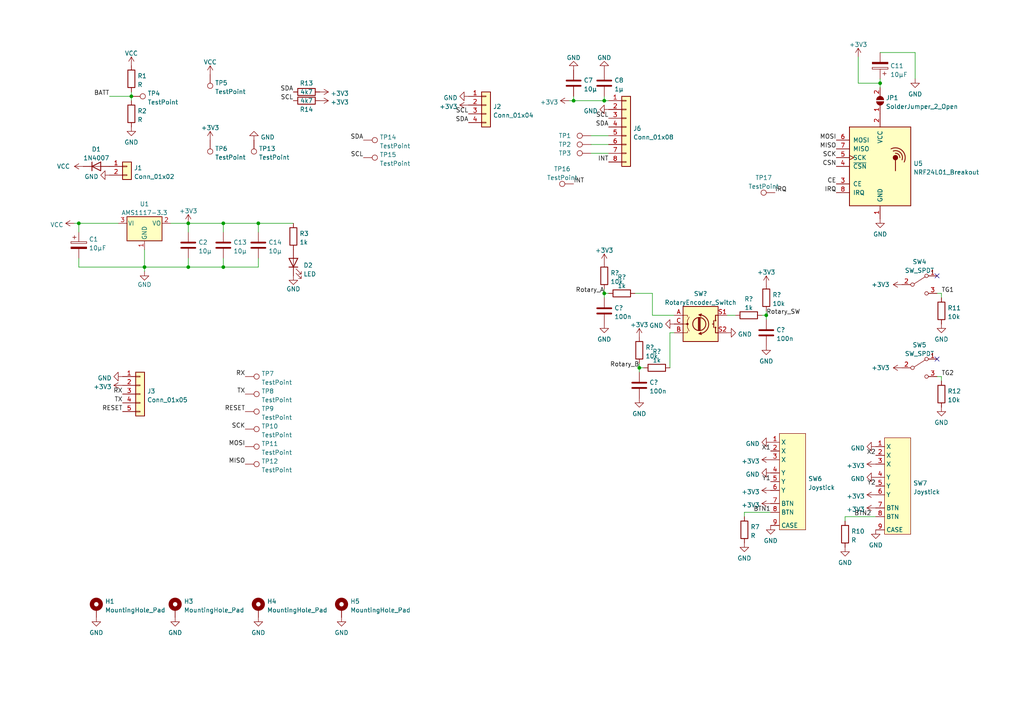
<source format=kicad_sch>
(kicad_sch (version 20211123) (generator eeschema)
  (paper "A4")
  (title_block (title "RC Transmitter") (date "2022-06-02") (rev "1"))
  (junction (at -285.75 148.59))
  (junction (at -247.65 166.37))
  (junction (at -35.56 232.41))
  (junction (at 64.77 77.47))
  (junction (at -265.43 139.7))
  (junction (at 185.42 106.68))
  (junction (at -248.92 161.29))
  (junction (at 175.26 29.21))
  (junction (at -262.89 139.7))
  (junction (at 74.93 64.77))
  (junction (at -86.36 186.69))
  (junction (at 38.1 27.94))
  (junction (at 255.27 24.13))
  (junction (at 64.77 64.77))
  (junction (at 41.91 77.47))
  (junction (at -34.29 176.53))
  (junction (at 166.37 29.21))
  (junction (at -294.64 171.45))
  (junction (at -107.95 194.31))
  (junction (at -95.25 186.69))
  (junction (at 175.26 85.09))
  (junction (at 54.61 64.77))
  (junction (at 54.61 77.47))
  (junction (at -24.13 181.61))
  (junction (at 22.86 64.77))
  (junction (at 222.25 91.44))
  (no_connect (at 271.78 104.14))
  (no_connect (at 271.78 80.01))
  (no_connect (at -252.73 161.29))
  (no_connect (at -252.73 156.21))
  (no_connect (at -252.73 153.67))
  (no_connect (at -273.05 148.59))
  (no_connect (at -287.02 158.75))
  (no_connect (at -252.73 158.75))
  (wire (pts (xy -95.25 186.69) (xy -96.52 186.69)))
  (wire (pts (xy 171.45 44.45) (xy 176.53 44.45)))
  (wire (pts (xy -229.87 171.45) (xy -229.87 184.15)))
  (wire (pts (xy -97.79 194.31) (xy -95.25 194.31)))
  (wire (pts (xy 248.92 16.51) (xy 248.92 24.13)))
  (wire (pts (xy -237.49 148.59) (xy -252.73 148.59)))
  (wire (pts (xy -252.73 163.83) (xy -248.92 163.83)))
  (wire (pts (xy -287.02 148.59) (xy -285.75 148.59)))
  (wire (pts (xy 271.78 85.09) (xy 273.05 85.09)))
  (wire (pts (xy -265.43 140.97) (xy -265.43 139.7)))
  (wire (pts (xy -24.13 176.53) (xy -24.13 181.61)))
  (wire (pts (xy 31.75 27.94) (xy 38.1 27.94)))
  (wire (pts (xy 255.27 22.86) (xy 255.27 24.13)))
  (wire (pts (xy -287.02 156.21) (xy -273.05 156.21)))
  (wire (pts (xy 38.1 26.67) (xy 38.1 27.94)))
  (wire (pts (xy -67.31 186.69) (xy -86.36 186.69)))
  (wire (pts (xy -294.64 163.83) (xy -294.64 171.45)))
  (wire (pts (xy 215.9 148.59) (xy 223.52 148.59)))
  (wire (pts (xy 222.25 90.17) (xy 222.25 91.44)))
  (wire (pts (xy 255.27 15.24) (xy 265.43 15.24)))
  (wire (pts (xy 54.61 64.77) (xy 64.77 64.77)))
  (wire (pts (xy -287.02 153.67) (xy -273.05 153.67)))
  (wire (pts (xy 74.93 64.77) (xy 85.09 64.77)))
  (wire (pts (xy 41.91 72.39) (xy 41.91 77.47)))
  (wire (pts (xy 194.31 96.52) (xy 194.31 106.68)))
  (wire (pts (xy -35.56 229.87) (xy -35.56 232.41)))
  (wire (pts (xy 21.59 64.77) (xy 22.86 64.77)))
  (wire (pts (xy -34.29 175.26) (xy -34.29 176.53)))
  (wire (pts (xy 34.29 64.77) (xy 22.86 64.77)))
  (wire (pts (xy 189.23 91.44) (xy 189.23 85.09)))
  (wire (pts (xy 74.93 64.77) (xy 74.93 67.31)))
  (wire (pts (xy 22.86 64.77) (xy 22.86 67.31)))
  (wire (pts (xy 166.37 27.94) (xy 166.37 29.21)))
  (wire (pts (xy 255.27 24.13) (xy 255.27 25.4)))
  (wire (pts (xy 171.45 41.91) (xy 176.53 41.91)))
  (wire (pts (xy -248.92 153.67) (xy -246.38 153.67)))
  (wire (pts (xy -265.43 139.7) (xy -262.89 139.7)))
  (wire (pts (xy 54.61 77.47) (xy 41.91 77.47)))
  (wire (pts (xy -248.92 161.29) (xy -248.92 153.67)))
  (wire (pts (xy 273.05 85.09) (xy 273.05 86.36)))
  (wire (pts (xy -238.76 166.37) (xy -237.49 166.37)))
  (wire (pts (xy -262.89 139.7) (xy -262.89 140.97)))
  (wire (pts (xy 64.77 64.77) (xy 64.77 67.31)))
  (wire (pts (xy 166.37 29.21) (xy 175.26 29.21)))
  (wire (pts (xy -229.87 134.62) (xy -229.87 148.59)))
  (wire (pts (xy -297.18 171.45) (xy -294.64 171.45)))
  (wire (pts (xy -262.89 139.7) (xy -261.62 139.7)))
  (wire (pts (xy 64.77 74.93) (xy 64.77 77.47)))
  (wire (pts (xy -95.25 194.31) (xy -95.25 186.69)))
  (wire (pts (xy -34.29 176.53) (xy -34.29 186.69)))
  (wire (pts (xy 271.78 109.22) (xy 273.05 109.22)))
  (wire (pts (xy 22.86 74.93) (xy 22.86 77.47)))
  (wire (pts (xy 248.92 24.13) (xy 255.27 24.13)))
  (wire (pts (xy 186.69 106.68) (xy 185.42 106.68)))
  (wire (pts (xy 245.11 151.13) (xy 245.11 149.86)))
  (wire (pts (xy 176.53 85.09) (xy 175.26 85.09)))
  (wire (pts (xy 64.77 64.77) (xy 74.93 64.77)))
  (wire (pts (xy -248.92 161.29) (xy -229.87 161.29)))
  (wire (pts (xy 175.26 29.21) (xy 175.26 27.94)))
  (wire (pts (xy 220.98 91.44) (xy 222.25 91.44)))
  (wire (pts (xy 195.58 91.44) (xy 189.23 91.44)))
  (wire (pts (xy 22.86 77.47) (xy 41.91 77.47)))
  (wire (pts (xy -95.25 186.69) (xy -93.98 186.69)))
  (wire (pts (xy -252.73 166.37) (xy -247.65 166.37)))
  (wire (pts (xy 189.23 85.09) (xy 184.15 85.09)))
  (wire (pts (xy -36.83 229.87) (xy -35.56 229.87)))
  (wire (pts (xy 74.93 74.93) (xy 74.93 77.47)))
  (wire (pts (xy 245.11 149.86) (xy 254 149.86)))
  (wire (pts (xy -76.2 194.31) (xy -74.93 194.31)))
  (wire (pts (xy 38.1 27.94) (xy 38.1 29.21)))
  (wire (pts (xy 49.53 64.77) (xy 54.61 64.77)))
  (wire (pts (xy 171.45 39.37) (xy 176.53 39.37)))
  (wire (pts (xy -247.65 158.75) (xy -247.65 166.37)))
  (wire (pts (xy 215.9 149.86) (xy 215.9 148.59)))
  (wire (pts (xy -238.76 153.67) (xy -237.49 153.67)))
  (wire (pts (xy -24.13 181.61) (xy -22.86 181.61)))
  (wire (pts (xy 210.82 91.44) (xy 213.36 91.44)))
  (wire (pts (xy 273.05 109.22) (xy 273.05 110.49)))
  (wire (pts (xy 175.26 85.09) (xy 175.26 83.82)))
  (wire (pts (xy -229.87 158.75) (xy -247.65 158.75)))
  (wire (pts (xy -107.95 194.31) (xy -107.95 186.69)))
  (wire (pts (xy 54.61 74.93) (xy 54.61 77.47)))
  (wire (pts (xy -36.83 176.53) (xy -34.29 176.53)))
  (wire (pts (xy 41.91 77.47) (xy 41.91 78.74)))
  (wire (pts (xy 165.1 29.21) (xy 166.37 29.21)))
  (wire (pts (xy -285.75 148.59) (xy -284.48 148.59)))
  (wire (pts (xy 74.93 77.47) (xy 64.77 77.47)))
  (wire (pts (xy 175.26 85.09) (xy 175.26 86.36)))
  (wire (pts (xy -24.13 186.69) (xy -24.13 181.61)))
  (wire (pts (xy -35.56 232.41) (xy -35.56 233.68)))
  (wire (pts (xy -33.02 176.53) (xy -34.29 176.53)))
  (wire (pts (xy 54.61 64.77) (xy 54.61 67.31)))
  (wire (pts (xy 176.53 29.21) (xy 175.26 29.21)))
  (wire (pts (xy -25.4 176.53) (xy -24.13 176.53)))
  (wire (pts (xy 185.42 106.68) (xy 185.42 105.41)))
  (wire (pts (xy 265.43 15.24) (xy 265.43 22.86)))
  (wire (pts (xy -25.4 186.69) (xy -24.13 186.69)))
  (wire (pts (xy -36.83 232.41) (xy -35.56 232.41)))
  (wire (pts (xy -248.92 163.83) (xy -248.92 161.29)))
  (wire (pts (xy -243.84 143.51) (xy -243.84 146.05)))
  (wire (pts (xy -247.65 166.37) (xy -246.38 166.37)))
  (wire (pts (xy -243.84 146.05) (xy -252.73 146.05)))
  (wire (pts (xy -107.95 186.69) (xy -106.68 186.69)))
  (wire (pts (xy 195.58 96.52) (xy 194.31 96.52)))
  (wire (pts (xy 185.42 106.68) (xy 185.42 107.95)))
  (wire (pts (xy -34.29 186.69) (xy -33.02 186.69)))
  (wire (pts (xy 222.25 91.44) (xy 222.25 92.71)))
  (wire (pts (xy -294.64 171.45) (xy -294.64 172.72)))
  (wire (pts (xy -86.36 186.69) (xy -86.36 185.42)))
  (wire (pts (xy -237.49 143.51) (xy -237.49 148.59)))
  (wire (pts (xy -86.36 186.69) (xy -86.36 187.96)))
  (wire (pts (xy 64.77 77.47) (xy 54.61 77.47)))
  (wire (pts (xy -105.41 194.31) (xy -107.95 194.31)))
  (label "MISO" (at -67.31 201.93 180))
  (label "TX" (at 71.12 114.3 180))
  (label "SDA" (at 105.41 40.64 180))
  (label "X2" (at 254 132.08 180))
  (label "TX" (at 35.56 116.84 180))
  (label "SCK" (at 71.12 124.46 180))
  (label "RX" (at -36.83 207.01 0))
  (label "D+" (at -284.48 153.67 0))
  (label "SCL" (at 135.89 33.02 180))
  (label "TG2" (at -36.83 214.63 0))
  (label "CE" (at 242.57 53.34 180))
  (label "SDA" (at -67.31 217.17 180))
  (label "SDA" (at 176.53 36.83 180))
  (label "SCL" (at 105.41 45.72 180))
  (label "Rotary_B" (at -137.16 123.19 180))
  (label "RESET" (at 35.56 119.38 180))
  (label "TX" (at -36.83 209.55 0))
  (label "BATT" (at -67.31 222.25 180))
  (label "MISO" (at 71.12 134.62 180))
  (label "MOSI" (at 71.12 129.54 180))
  (label "MOSI" (at 242.57 40.64 180))
  (label "IO0" (at -229.87 173.99 0))
  (label "IRQ" (at -36.83 224.79 0))
  (label "EN" (at -229.87 147.32 0))
  (label "IO0" (at -67.31 191.77 180))
  (label "Rotary_A" (at 175.26 85.09 180))
  (label "IRQ" (at 224.79 55.88 0))
  (label "Y1" (at -36.83 212.09 0))
  (label "MOSI" (at -67.31 204.47 180))
  (label "X1" (at -36.83 219.71 0))
  (label "SCL" (at 85.09 29.21 180))
  (label "CE" (at -36.83 222.25 0))
  (label "RESET" (at 71.12 119.38 180))
  (label "Rotary_B" (at 185.42 106.68 180))
  (label "TG2" (at 273.05 109.22 0))
  (label "INT" (at -67.31 214.63 180))
  (label "RX" (at 35.56 114.3 180))
  (label "Y1" (at 223.52 139.7 180))
  (label "X1" (at 223.52 130.81 180))
  (label "IRQ" (at 242.57 55.88 180))
  (label "EN" (at -76.2 186.69 180))
  (label "BTN1" (at -36.83 217.17 0))
  (label "SCK" (at -67.31 207.01 180))
  (label "RX" (at -252.73 146.05 0))
  (label "SCL" (at 176.53 34.29 180))
  (label "Y2" (at -67.31 199.39 180))
  (label "SCL" (at -67.31 219.71 180))
  (label "Rotary_SW" (at -139.7 127 0))
  (label "BTN2" (at 252.73 149.86 180))
  (label "CSN" (at 242.57 48.26 180))
  (label "CSN" (at -67.31 209.55 180))
  (label "INT" (at 166.37 53.34 0))
  (label "RTS" (at -240.03 158.75 0))
  (label "BTN1" (at 223.52 148.59 180))
  (label "Y2" (at 254 140.97 180))
  (label "RX" (at -123.19 171.45 270))
  (label "X2" (at -67.31 196.85 180))
  (label "RX" (at 71.12 109.22 180))
  (label "DTR" (at -240.03 161.29 0))
  (label "SDA" (at 85.09 26.67 180))
  (label "INT" (at 176.53 46.99 180))
  (label "D-" (at -280.67 156.21 0))
  (label "MISO" (at 242.57 43.18 180))
  (label "Rotary_SW" (at 222.25 91.44 0))
  (label "TX" (at -252.73 148.59 0))
  (label "BATT" (at 31.75 27.94 180))
  (label "SDA" (at 135.89 35.56 180))
  (label "TG1" (at -67.31 181.61 180))
  (label "TX" (at -114.3 171.45 270))
  (label "SCK" (at 242.57 45.72 180))
  (label "BTN2" (at -67.31 212.09 180))
  (label "TG1" (at 273.05 85.09 0))
  (label "Rotary_A" (at -138.43 116.84 180))
  (label "TG2" (at -67.31 184.15 180))
  (symbol (lib_id "Connector:TestPoint") (at 171.45 39.37 90) (unit 1)
    (property "Reference" "TP1" (at 163.83 39.37 90))
    (property "Value" "TestPoint" (effects hide))
    (property "Footprint" "TestPoint:TestPoint_Pad_D1.5mm" (effects hide))
  )
  (symbol (lib_id "power:GND") (at 175.26 20.32 180) (unit 1)
    (property "Reference" "#PWR0101" (effects hide))
    (property "Value" "GND" (at 175.26 16.7442 0))
  )
  (symbol (lib_id "power:+3.3V") (at -86.36 177.8 0) (unit 1)
    (property "Reference" "#PWR?" (effects hide))
    (property "Value" "+3.3V" (at -86.36 174.2242 0))
  )
  (symbol (lib_id "Connector:TestPoint") (at 38.1 27.94 270) (unit 1)
    (property "Reference" "TP4" (at 42.799 27.1053 90) (effects (justify left)))
    (property "Value" "TestPoint" (at 42.799 29.6422 90) (effects (justify left)))
    (property "Footprint" "TestPoint:TestPoint_THTPad_1.0x1.0mm_Drill0.5mm" (effects hide))
  )
  (symbol (lib_id "power:GND") (at 176.53 31.75 270) (unit 1)
    (property "Reference" "#PWR0141" (effects hide))
    (property "Value" "GND" (at 173.3551 32.1838 90) (effects (justify right)))
  )
  (symbol (lib_id "Device:C") (at -269.24 139.7 90) (unit 1)
    (property "Reference" "C?" (at -269.24 133.8412 90))
    (property "Value" "0.1µ" (at -269.24 136.3781 90))
    (property "Footprint" "Capacitor_SMD:C_0805_2012Metric" (effects hide))
  )
  (symbol (lib_id "power:+3.3V") (at -34.29 175.26 0) (unit 1)
    (property "Reference" "#PWR?" (effects hide))
    (property "Value" "+3.3V" (at -32.893 174.4238 0) (effects (justify left)))
  )
  (symbol (lib_id "Jumper:SolderJumper_2_Open") (at 255.27 29.21 90) (unit 1)
    (property "Reference" "JP1" (at 256.921 28.3753 90) (effects (justify right)))
    (property "Value" "SolderJumper_2_Open" (at 256.921 30.9122 90) (effects (justify right)))
    (property "Footprint" "Jumper:SolderJumper-2_P1.3mm_Open_TrianglePad1.0x1.5mm" (effects hide))
  )
  (symbol (lib_id "Connector:TestPoint") (at 73.66 40.64 180) (unit 1)
    (property "Reference" "TP13" (at 75.057 43.1073 0) (effects (justify right)))
    (property "Value" "TestPoint" (at 75.057 45.6442 0) (effects (justify right)))
    (property "Footprint" "TestPoint:TestPoint_THTPad_1.0x1.0mm_Drill0.5mm" (effects hide))
  )
  (symbol (lib_id "Device:RotaryEncoder_Switch") (at 203.2 93.98 0) (unit 1)
    (property "Reference" "SW?" (at 203.2 85.2002 0))
    (property "Value" "RotaryEncoder_Switch" (at 203.2 87.7371 0))
  )
  (symbol (lib_id "power:GND") (at 185.42 115.57 0) (unit 1)
    (property "Reference" "#PWR?" (effects hide))
    (property "Value" "GND" (at 185.42 120.0134 0))
  )
  (symbol (lib_id "Device:R") (at -90.17 186.69 90) (unit 1)
    (property "Reference" "R?" (at -90.17 181.9742 90))
    (property "Value" "0" (at -90.17 184.5111 90))
  )
  (symbol (lib_id "Device:C") (at -187.96 97.79 90) (unit 1)
    (property "Reference" "C12" (at -187.96 91.9312 90))
    (property "Value" "100n" (at -187.96 94.4681 90))
    (property "Footprint" "Capacitor_SMD:C_0805_2012Metric_Pad1.18x1.45mm_HandSolder" (effects hide))
  )
  (symbol (lib_id "Mechanical:MountingHole_Pad") (at 74.93 176.53 0) (unit 1)
    (property "Reference" "H4" (at 77.47 174.4253 0) (effects (justify left)))
    (property "Value" "MountingHole_Pad" (at 77.47 176.9622 0) (effects (justify left)))
    (property "Footprint" "MountingHole:MountingHole_3.2mm_M3_Pad_Via" (effects hide))
  )
  (symbol (lib_id "power:GND") (at 74.93 179.07 0) (unit 1)
    (property "Reference" "#PWR0150" (effects hide))
    (property "Value" "GND" (at 74.93 183.5134 0))
  )
  (symbol (lib_id "power:GND") (at 254 153.67 0) (unit 1)
    (property "Reference" "#PWR011" (effects hide))
    (property "Value" "GND" (at 254 158.1134 0))
  )
  (symbol (lib_id "Connector:TestPoint") (at 71.12 114.3 270) (unit 1)
    (property "Reference" "TP8" (at 75.819 113.4653 90) (effects (justify left)))
    (property "Value" "TestPoint" (at 75.819 116.0022 90) (effects (justify left)))
    (property "Footprint" "TestPoint:TestPoint_THTPad_1.0x1.0mm_Drill0.5mm" (effects hide))
  )
  (symbol (lib_id "Device:R") (at 217.17 91.44 90) (unit 1)
    (property "Reference" "R?" (at 217.17 86.7242 90))
    (property "Value" "1k" (at 217.17 89.2611 90))
  )
  (symbol (lib_id "power:GND") (at 223.52 152.4 0) (unit 1)
    (property "Reference" "#PWR010" (effects hide))
    (property "Value" "GND" (at 223.52 156.8434 0))
  )
  (symbol (lib_id "Device:R") (at 273.05 114.3 0) (unit 1)
    (property "Reference" "R12" (at 274.828 113.4653 0) (effects (justify left)))
    (property "Value" "10k" (at 274.828 116.0022 0) (effects (justify left)))
    (property "Footprint" "Resistor_SMD:R_0805_2012Metric_Pad1.20x1.40mm_HandSolder" (effects hide))
  )
  (symbol (lib_id "Device:C") (at -285.75 144.78 180) (unit 1)
    (property "Reference" "C?" (at -282.829 143.9453 0) (effects (justify right)))
    (property "Value" "0.1µ" (at -282.829 146.4822 0) (effects (justify right)))
    (property "Footprint" "Capacitor_SMD:C_0805_2012Metric" (effects hide))
  )
  (symbol (lib_id "power:GND") (at -191.77 97.79 270) (unit 1)
    (property "Reference" "#PWR01" (effects hide))
    (property "Value" "GND" (at -194.9449 98.2238 90) (effects (justify right)))
  )
  (symbol (lib_id "power:+3.3V") (at 175.26 76.2 0) (unit 1)
    (property "Reference" "#PWR?" (effects hide))
    (property "Value" "+3.3V" (at 175.26 72.6242 0))
  )
  (symbol (lib_id "Connector:TestPoint") (at 71.12 109.22 270) (unit 1)
    (property "Reference" "TP7" (at 75.819 108.3853 90) (effects (justify left)))
    (property "Value" "TestPoint" (at 75.819 110.9222 90) (effects (justify left)))
    (property "Footprint" "TestPoint:TestPoint_THTPad_1.0x1.0mm_Drill0.5mm" (effects hide))
  )
  (symbol (lib_id "Device:C") (at 64.77 71.12 0) (unit 1)
    (property "Reference" "C13" (at 67.691 70.2853 0) (effects (justify left)))
    (property "Value" "10µ" (at 67.691 72.8222 0) (effects (justify left)))
    (property "Footprint" "Capacitor_SMD:C_0805_2012Metric_Pad1.18x1.45mm_HandSolder" (effects hide))
  )
  (symbol (lib_name "Joystick_2") (lib_id "RC_Trans:Joystick") (at 228.6 129.54 0) (unit 1)
    (property "Reference" "SW6" (at 234.3912 138.8653 0) (effects (justify left)))
    (property "Value" "Joystick" (at 234.3912 141.4022 0) (effects (justify left)))
    (property "Footprint" "RC_Transm:JoyStick" (effects hide))
  )
  (symbol (lib_id "Device:LED") (at -114.3 167.64 90) (unit 1)
    (property "Reference" "D3" (at -108.4412 169.2275 0))
    (property "Value" "LED" (at -110.9781 169.2275 0))
    (property "Footprint" "LED_SMD:LED_0805_2012Metric_Pad1.15x1.40mm_HandSolder" (effects hide))
  )
  (symbol (lib_id "Connector:TestPoint") (at 105.41 40.64 270) (unit 1)
    (property "Reference" "TP14" (at 110.109 39.8053 90) (effects (justify left)))
    (property "Value" "TestPoint" (at 110.109 42.3422 90) (effects (justify left)))
    (property "Footprint" "TestPoint:TestPoint_THTPad_1.0x1.0mm_Drill0.5mm" (effects hide))
  )
  (symbol (lib_id "Device:R") (at 38.1 22.86 0) (unit 1)
    (property "Reference" "R1" (at 39.878 22.0253 0) (effects (justify left)))
    (property "Value" "R" (at 39.878 24.5622 0) (effects (justify left)))
    (property "Footprint" "Resistor_SMD:R_0805_2012Metric_Pad1.20x1.40mm_HandSolder" (effects hide))
  )
  (symbol (lib_id "Connector:TestPoint") (at 60.96 40.64 180) (unit 1)
    (property "Reference" "TP6" (at 62.357 43.1073 0) (effects (justify right)))
    (property "Value" "TestPoint" (at 62.357 45.6442 0) (effects (justify right)))
    (property "Footprint" "TestPoint:TestPoint_THTPad_1.0x1.0mm_Drill0.5mm" (effects hide))
  )
  (symbol (lib_id "power:+3.3V") (at 248.92 16.51 0) (unit 1)
    (property "Reference" "#PWR0103" (effects hide))
    (property "Value" "+3.3V" (at 248.92 12.9342 0))
  )
  (symbol (lib_id "power:GND") (at 273.05 118.11 0) (unit 1)
    (property "Reference" "#PWR0113" (effects hide))
    (property "Value" "GND" (at 273.05 122.5534 0))
  )
  (symbol (lib_id "Device:R") (at 180.34 85.09 90) (unit 1)
    (property "Reference" "R?" (at 180.34 80.3742 90))
    (property "Value" "1k" (at 180.34 82.9111 90))
  )
  (symbol (lib_id "power:GND") (at -22.86 181.61 90) (unit 1)
    (property "Reference" "#PWR?" (effects hide))
    (property "Value" "GND" (at -19.6851 181.1762 90) (effects (justify right)))
  )
  (symbol (lib_id "Device:LED") (at -243.84 139.7 90) (unit 1)
    (property "Reference" "D?" (at -240.919 140.4528 90) (effects (justify right)))
    (property "Value" "LED" (at -240.919 142.9897 90) (effects (justify right)))
    (property "Footprint" "LED_SMD:LED_0805_2012Metric" (effects hide))
  )
  (symbol (lib_id "power:GND") (at -254 139.7 90) (unit 1)
    (property "Reference" "#PWR?" (effects hide))
    (property "Value" "GND" (at -251.46 139.7 90) (effects (justify right)))
  )
  (symbol (lib_id "Interface_USB:CH340C") (at -262.89 156.21 0) (unit 1)
    (property "Reference" "U?" (at -260.8706 170.9404 0) (effects (justify left)))
    (property "Value" "CH340C" (at -260.8706 173.4773 0) (effects (justify left)))
    (property "Footprint" "Package_SO:SOIC-16_3.9x9.9mm_P1.27mm" (effects hide))
    (property "Datasheet" "https://datasheet.lcsc.com/szlcsc/Jiangsu-Qin-Heng-CH340C_C84681.pdf" (effects hide))
  )
  (symbol (lib_id "Connector:TestPoint") (at 71.12 124.46 270) (unit 1)
    (property "Reference" "TP10" (at 75.819 123.6253 90) (effects (justify left)))
    (property "Value" "TestPoint" (at 75.819 126.1622 90) (effects (justify left)))
    (property "Footprint" "TestPoint:TestPoint_THTPad_1.0x1.0mm_Drill0.5mm" (effects hide))
  )
  (symbol (lib_id "Mechanical:MountingHole_Pad") (at 99.06 176.53 0) (unit 1)
    (property "Reference" "H5" (at 101.6 174.4253 0) (effects (justify left)))
    (property "Value" "MountingHole_Pad" (at 101.6 176.9622 0) (effects (justify left)))
    (property "Footprint" "MountingHole:MountingHole_3.2mm_M3_Pad_Via" (effects hide))
  )
  (symbol (lib_id "power:GND") (at 50.8 179.07 0) (unit 1)
    (property "Reference" "#PWR0151" (effects hide))
    (property "Value" "GND" (at 50.8 183.5134 0))
  )
  (symbol (lib_id "power:+3.3V") (at 254 134.62 90) (unit 1)
    (property "Reference" "#PWR0125" (effects hide))
    (property "Value" "+3.3V" (at 250.825 135.0538 90) (effects (justify left)))
  )
  (symbol (lib_id "Switch:SW_SPDT") (at 266.7 106.68 0) (unit 1)
    (property "Reference" "SW5" (at 266.7 100.0592 0))
    (property "Value" "SW_SPDT" (at 266.7 102.5961 0))
    (property "Footprint" "RC_Transm:Toggle_EdgeMount" (effects hide))
  )
  (symbol (lib_id "Connector_Generic:Conn_01x02") (at 36.83 48.26 0) (unit 1)
    (property "Reference" "J1" (at 38.862 48.6953 0) (effects (justify left)))
    (property "Value" "Conn_01x02" (at 38.862 51.2322 0) (effects (justify left)))
    (property "Footprint" "Connector_PinHeader_2.00mm:PinHeader_1x02_P2.00mm_Vertical" (effects hide))
  )
  (symbol (lib_id "Connector:TestPoint") (at 71.12 134.62 270) (unit 1)
    (property "Reference" "TP12" (at 75.819 133.7853 90) (effects (justify left)))
    (property "Value" "TestPoint" (at 75.819 136.3222 90) (effects (justify left)))
    (property "Footprint" "TestPoint:TestPoint_THTPad_1.0x1.0mm_Drill0.5mm" (effects hide))
  )
  (symbol (lib_id "power:+5V") (at -284.48 148.59 270) (unit 1)
    (property "Reference" "#PWR?" (effects hide))
    (property "Value" "+5V" (at -281.305 149.0238 90) (effects (justify left)))
  )
  (symbol (lib_id "power:+3.3V") (at 254 147.32 90) (unit 1)
    (property "Reference" "#PWR0128" (effects hide))
    (property "Value" "+3.3V" (at 250.825 147.7538 90) (effects (justify left)))
  )
  (symbol (lib_id "power:VCC") (at 24.13 48.26 90) (unit 1)
    (property "Reference" "#PWR0133" (effects hide))
    (property "Value" "VCC" (at 20.32 48.26 90) (effects (justify left)))
  )
  (symbol (lib_id "Device:R") (at 185.42 101.6 0) (unit 1)
    (property "Reference" "R?" (at 187.198 100.7653 0) (effects (justify left)))
    (property "Value" "10k" (at 187.198 103.3022 0) (effects (justify left)))
  )
  (symbol (lib_id "power:GND") (at 99.06 179.07 0) (unit 1)
    (property "Reference" "#PWR0147" (effects hide))
    (property "Value" "GND" (at 99.06 183.5134 0))
  )
  (symbol (lib_id "Connector:TestPoint") (at 105.41 45.72 270) (unit 1)
    (property "Reference" "TP15" (at 110.109 44.8853 90) (effects (justify left)))
    (property "Value" "TestPoint" (at 110.109 47.4222 90) (effects (justify left)))
    (property "Footprint" "TestPoint:TestPoint_THTPad_1.0x1.0mm_Drill0.5mm" (effects hide))
  )
  (symbol (lib_id "Device:R") (at 190.5 106.68 90) (unit 1)
    (property "Reference" "R?" (at 190.5 101.9642 90))
    (property "Value" "1k" (at 190.5 104.5011 90))
  )
  (symbol (lib_id "Device:C") (at 166.37 24.13 0) (unit 1)
    (property "Reference" "C7" (at 169.291 23.2953 0) (effects (justify left)))
    (property "Value" "10µ" (at 169.291 25.8322 0) (effects (justify left)))
    (property "Footprint" "Capacitor_SMD:C_0805_2012Metric_Pad1.18x1.45mm_HandSolder" (effects hide))
  )
  (symbol (lib_id "power:VCC") (at 60.96 21.59 0) (unit 1)
    (property "Reference" "#PWR0145" (effects hide))
    (property "Value" "VCC" (at 60.96 18.0142 0))
  )
  (symbol (lib_id "Device:R") (at -237.49 132.08 0) (unit 1)
    (property "Reference" "R?" (at -235.712 131.2453 0) (effects (justify left)))
    (property "Value" "1k" (at -235.712 133.7822 0) (effects (justify left)))
    (property "Footprint" "Resistor_SMD:R_0805_2012Metric" (effects hide))
  )
  (symbol (lib_id "Device:R") (at -243.84 132.08 0) (unit 1)
    (property "Reference" "R?" (at -242.062 131.2453 0) (effects (justify left)))
    (property "Value" "1k" (at -242.062 133.7822 0) (effects (justify left)))
    (property "Footprint" "Resistor_SMD:R_0805_2012Metric" (effects hide))
  )
  (symbol (lib_id "Device:C") (at -29.21 176.53 270) (unit 1)
    (property "Reference" "C?" (at -29.21 182.3888 90))
    (property "Value" "100n" (at -29.21 179.8519 90))
  )
  (symbol (lib_id "power:+3.3V") (at 92.71 26.67 270) (unit 1)
    (property "Reference" "#PWR06" (effects hide))
    (property "Value" "+3.3V" (at 95.885 27.1038 90) (effects (justify left)))
  )
  (symbol (lib_id "power:+3.3V") (at 54.61 64.77 0) (unit 1)
    (property "Reference" "#PWR0136" (effects hide))
    (property "Value" "+3.3V" (at 54.61 61.1942 0))
  )
  (symbol (lib_id "power:GND") (at 31.75 50.8 270) (unit 1)
    (property "Reference" "#PWR0132" (effects hide))
    (property "Value" "GND" (at 28.5751 51.2338 90) (effects (justify right)))
  )
  (symbol (lib_id "Device:LED") (at 85.09 76.2 90) (unit 1)
    (property "Reference" "D2" (at 88.011 76.9528 90) (effects (justify right)))
    (property "Value" "LED" (at 88.011 79.4897 90) (effects (justify right)))
    (property "Footprint" "LED_SMD:LED_0805_2012Metric_Pad1.15x1.40mm_HandSolder" (effects hide))
  )
  (symbol (lib_id "Connector:TestPoint") (at 171.45 44.45 90) (unit 1)
    (property "Reference" "TP3" (at 163.83 44.45 90))
    (property "Value" "TestPoint" (effects hide))
    (property "Footprint" "TestPoint:TestPoint_Pad_D1.5mm" (effects hide))
  )
  (symbol (lib_id "Connector:USB_B_Micro") (at -294.64 153.67 0) (unit 1)
    (property "Reference" "J?" (at -294.64 142.3502 0))
    (property "Value" "USB_B_Micro" (at -294.64 144.8871 0))
    (property "Footprint" "usb micro B:Connector micro usb B" (effects hide))
  )
  (symbol (lib_id "Device:C") (at -257.81 139.7 90) (unit 1)
    (property "Reference" "C?" (at -257.81 133.8412 90))
    (property "Value" "0.1µ" (at -257.81 136.3781 90))
    (property "Footprint" "Capacitor_SMD:C_0805_2012Metric" (effects hide))
  )
  (symbol (lib_id "power:+3.3V") (at 222.25 82.55 0) (unit 1)
    (property "Reference" "#PWR?" (effects hide))
    (property "Value" "+3.3V" (at 222.25 78.9742 0))
  )
  (symbol (lib_id "power:+3.3V") (at 165.1 29.21 90) (unit 1)
    (property "Reference" "#PWR0102" (effects hide))
    (property "Value" "+3.3V" (at 161.925 29.6438 90) (effects (justify left)))
  )
  (symbol (lib_id "power:GND") (at 135.89 27.94 270) (unit 1)
    (property "Reference" "#PWR08" (effects hide))
    (property "Value" "GND" (at 132.7151 28.3738 90) (effects (justify right)))
  )
  (symbol (lib_id "Device:R") (at -123.19 160.02 0) (unit 1)
    (property "Reference" "R6" (at -118.4742 160.02 90))
    (property "Value" "1k" (at -121.0111 160.02 90))
    (property "Footprint" "Resistor_SMD:R_0805_2012Metric_Pad1.20x1.40mm_HandSolder" (effects hide))
  )
  (symbol (lib_id "Device:D") (at 27.94 48.26 0) (unit 1)
    (property "Reference" "D1" (at 27.94 43.2902 0))
    (property "Value" "1N4007" (at 27.94 45.8271 0))
    (property "Footprint" "Diode_THT:D_5W_P10.16mm_Horizontal" (effects hide))
  )
  (symbol (lib_id "power:GND") (at -294.64 172.72 0) (unit 1)
    (property "Reference" "#PWR?" (effects hide))
    (property "Value" "GND" (at -294.64 177.1634 0))
  )
  (symbol (lib_id "Device:R") (at -71.12 194.31 90) (unit 1)
    (property "Reference" "R?" (at -71.12 191.77 90))
    (property "Value" "5k" (at -71.12 194.31 90))
    (property "Footprint" "Resistor_SMD:R_0805_2012Metric" (effects hide))
  )
  (symbol (lib_id "power:+3.3V") (at 261.62 82.55 90) (unit 1)
    (property "Reference" "#PWR0106" (effects hide))
    (property "Value" "+3.3V" (at 252.73 82.55 90) (effects (justify right)))
  )
  (symbol (lib_id "SparkFun-Aesthetics:3.3V") (at -114.3 156.21 0) (unit 1)
    (property "Reference" "#SUPPLY?" (effects hide))
    (property "Value" "3.3V" (at -114.3 152.6342 0))
  )
  (symbol (lib_id "power:GND") (at 255.27 63.5 0) (unit 1)
    (property "Reference" "#PWR0105" (effects hide))
    (property "Value" "GND" (at 255.27 67.9434 0))
  )
  (symbol (lib_id "Device:R") (at 85.09 68.58 0) (unit 1)
    (property "Reference" "R3" (at 86.868 67.7453 0) (effects (justify left)))
    (property "Value" "1k" (at 86.868 70.2822 0) (effects (justify left)))
    (property "Footprint" "Resistor_SMD:R_0805_2012Metric_Pad1.20x1.40mm_HandSolder" (effects hide))
  )
  (symbol (lib_id "power:GND") (at 254 129.54 270) (unit 1)
    (property "Reference" "#PWR0124" (effects hide))
    (property "Value" "GND" (at 250.8251 129.9738 90) (effects (justify right)))
  )
  (symbol (lib_id "Device:C") (at 222.25 96.52 0) (unit 1)
    (property "Reference" "C?" (at 225.171 95.6853 0) (effects (justify left)))
    (property "Value" "100n" (at 225.171 98.2222 0) (effects (justify left)))
  )
  (symbol (lib_id "Connector:TestPoint") (at 60.96 21.59 180) (unit 1)
    (property "Reference" "TP5" (at 62.357 24.0573 0) (effects (justify right)))
    (property "Value" "TestPoint" (at 62.357 26.5942 0) (effects (justify right)))
    (property "Footprint" "TestPoint:TestPoint_THTPad_1.0x1.0mm_Drill0.5mm" (effects hide))
  )
  (symbol (lib_id "power:GND") (at -107.95 194.31 0) (unit 1)
    (property "Reference" "#PWR?" (effects hide))
    (property "Value" "GND" (at -107.95 198.7534 0))
  )
  (symbol (lib_id "Mechanical:MountingHole_Pad") (at 50.8 176.53 0) (unit 1)
    (property "Reference" "H3" (at 53.34 174.4253 0) (effects (justify left)))
    (property "Value" "MountingHole_Pad" (at 53.34 176.9622 0) (effects (justify left)))
    (property "Footprint" "MountingHole:MountingHole_3.2mm_M3_Pad_Via" (effects hide))
  )
  (symbol (lib_id "Device:C") (at -86.36 191.77 0) (unit 1)
    (property "Reference" "C?" (at -91.44 191.77 0) (effects (justify left)))
    (property "Value" "1µ" (at -91.44 194.31 0) (effects (justify left)))
  )
  (symbol (lib_id "power:GND") (at 245.11 158.75 0) (unit 1)
    (property "Reference" "#PWR0123" (effects hide))
    (property "Value" "GND" (at 245.11 163.1934 0))
  )
  (symbol (lib_id "power:+3.3V") (at 60.96 40.64 0) (unit 1)
    (property "Reference" "#PWR0146" (effects hide))
    (property "Value" "+3.3V" (at 60.96 37.0642 0))
  )
  (symbol (lib_id "power:GND") (at 265.43 22.86 0) (unit 1)
    (property "Reference" "#PWR0104" (effects hide))
    (property "Value" "GND" (at 265.43 27.3034 0))
  )
  (symbol (lib_id "Connector_Generic:Conn_01x08") (at 181.61 36.83 0) (unit 1)
    (property "Reference" "J6" (at 183.642 37.2653 0) (effects (justify left)))
    (property "Value" "Conn_01x08" (at 183.642 39.8022 0) (effects (justify left)))
    (property "Footprint" "Connector_PinHeader_2.54mm:PinHeader_1x08_P2.54mm_Vertical" (effects hide))
  )
  (symbol (lib_id "Connector:TestPoint") (at 171.45 41.91 90) (unit 1)
    (property "Reference" "TP2" (at 163.83 41.91 90))
    (property "Value" "TestPoint" (effects hide))
    (property "Footprint" "TestPoint:TestPoint_Pad_D1.5mm" (effects hide))
  )
  (symbol (lib_id "esp-32-wrover:ESP32-WROVER-I") (at -52.07 204.47 0) (unit 1)
    (property "Reference" "A?" (at -52.07 170.2902 0))
    (property "Value" "ESP32-WROVER-I" (at -52.07 172.8271 0))
    (property "Footprint" "esp-32-wrover:XCVR_ESP32-WROVER-I" (effects hide))
    (property "DIGI-KEY_PART_NUMBER" "1904-1008-1-ND" (effects hide))
    (property "PACKAGE" "Module Espressif Systems" (effects hide))
    (property "MF" "Espressif Systems" (effects hide))
    (property "DESCRIPTION" "Module: combo; GPIO, I2C x2, I2S x2, SDIO, SPI x3, UART x3; U.FL" (effects hide))
    (property "MP" "ESP32-WROVER-I" (effects hide))
    (property "DIGI-KEY_PURCHASE_URL" "https://www.digikey.com/product-detail/en/espressif-systems/ESP32-WROVER-I/1904-1008-1-ND/8544303?utm_source=snapeda&utm_medium=aggregator&utm_campaign=symbol" (effects hide))
  )
  (symbol (lib_id "power:+3.3V") (at -262.89 139.7 0) (unit 1)
    (property "Reference" "#PWR?" (effects hide))
    (property "Value" "+3.3V" (at -262.89 136.1242 0))
  )
  (symbol (lib_id "power:GND") (at -86.36 195.58 0) (unit 1)
    (property "Reference" "#PWR?" (effects hide))
    (property "Value" "GND" (at -88.9 199.39 0) (effects (justify left)))
  )
  (symbol (lib_id "Device:R") (at -242.57 153.67 90) (unit 1)
    (property "Reference" "R?" (at -242.57 148.9542 90))
    (property "Value" "12k" (at -242.57 151.4911 90))
    (property "Footprint" "Resistor_SMD:R_0805_2012Metric" (effects hide))
  )
  (symbol (lib_id "Device:C_Polarized") (at 22.86 71.12 0) (unit 1)
    (property "Reference" "C1" (at 25.781 69.3963 0) (effects (justify left)))
    (property "Value" "10µF" (at 25.781 71.9332 0) (effects (justify left)))
    (property "Footprint" "Capacitor_THT:CP_Radial_D6.3mm_P2.50mm" (effects hide))
  )
  (symbol (lib_id "Device:R") (at 175.26 80.01 0) (unit 1)
    (property "Reference" "R?" (at 177.038 79.1753 0) (effects (justify left)))
    (property "Value" "10k" (at 177.038 81.7122 0) (effects (justify left)))
  )
  (symbol (lib_id "Device:C") (at 175.26 24.13 0) (unit 1)
    (property "Reference" "C8" (at 178.181 23.2953 0) (effects (justify left)))
    (property "Value" "1µ" (at 178.181 25.8322 0) (effects (justify left)))
    (property "Footprint" "Capacitor_SMD:C_0805_2012Metric_Pad1.18x1.45mm_HandSolder" (effects hide))
  )
  (symbol (lib_id "power:GND") (at 273.05 93.98 0) (unit 1)
    (property "Reference" "#PWR0111" (effects hide))
    (property "Value" "GND" (at 273.05 98.4234 0))
  )
  (symbol (lib_id "power:GND") (at 223.52 137.16 270) (unit 1)
    (property "Reference" "#PWR0118" (effects hide))
    (property "Value" "GND" (at 220.3451 137.5938 90) (effects (justify right)))
  )
  (symbol (lib_id "Mechanical:MountingHole_Pad") (at 27.94 176.53 0) (unit 1)
    (property "Reference" "H1" (at 30.48 174.4253 0) (effects (justify left)))
    (property "Value" "MountingHole_Pad" (at 30.48 176.9622 0) (effects (justify left)))
    (property "Footprint" "MountingHole:MountingHole_3.2mm_M3_Pad_Via" (effects hide))
  )
  (symbol (lib_id "Device:LED") (at -123.19 167.64 90) (unit 1)
    (property "Reference" "D4" (at -117.3312 169.2275 0))
    (property "Value" "LED" (at -119.8681 169.2275 0))
    (property "Footprint" "LED_SMD:LED_0805_2012Metric_Pad1.15x1.40mm_HandSolder" (effects hide))
  )
  (symbol (lib_id "Jumper:SolderJumper_2_Open") (at -297.18 167.64 90) (unit 1)
    (property "Reference" "JP?" (at -295.529 166.8053 90) (effects (justify right)))
    (property "Value" "SolderJumper_2_Open" (at -295.529 169.3422 90) (effects (justify right)))
    (property "Footprint" "Jumper:SolderJumper-2_P1.3mm_Open_Pad1.0x1.5mm" (effects hide))
  )
  (symbol (lib_id "power:+3.3V") (at -243.84 128.27 0) (unit 1)
    (property "Reference" "#PWR?" (effects hide))
    (property "Value" "+3.3V" (at -243.84 124.6942 0))
  )
  (symbol (lib_id "SparkFun-Aesthetics:3.3V") (at -123.19 156.21 0) (unit 1)
    (property "Reference" "#SUPPLY?" (effects hide))
    (property "Value" "3.3V" (at -123.19 152.6342 0))
  )
  (symbol (lib_id "power:GND") (at 175.26 93.98 0) (unit 1)
    (property "Reference" "#PWR?" (effects hide))
    (property "Value" "GND" (at 175.26 98.4234 0))
  )
  (symbol (lib_id "Connector:TestPoint") (at 71.12 129.54 270) (unit 1)
    (property "Reference" "TP11" (at 75.819 128.7053 90) (effects (justify left)))
    (property "Value" "TestPoint" (at 75.819 131.2422 90) (effects (justify left)))
    (property "Footprint" "TestPoint:TestPoint_THTPad_1.0x1.0mm_Drill0.5mm" (effects hide))
  )
  (symbol (lib_id "Device:R") (at 245.11 154.94 0) (unit 1)
    (property "Reference" "R10" (at 246.888 154.1053 0) (effects (justify left)))
    (property "Value" "R" (at 246.888 156.6422 0) (effects (justify left)))
    (property "Footprint" "Resistor_SMD:R_0805_2012Metric_Pad1.20x1.40mm_HandSolder" (effects hide))
  )
  (symbol (lib_id "power:VCC") (at 38.1 19.05 0) (unit 1)
    (property "Reference" "#PWR0135" (effects hide))
    (property "Value" "VCC" (at 38.1 15.4742 0))
  )
  (symbol (lib_id "power:GND") (at 85.09 80.01 0) (unit 1)
    (property "Reference" "#PWR0137" (effects hide))
    (property "Value" "GND" (at 85.09 83.82 0))
  )
  (symbol (lib_id "power:GND") (at -262.89 171.45 0) (unit 1)
    (property "Reference" "#PWR?" (effects hide))
    (property "Value" "GND" (at -262.89 175.8934 0))
  )
  (symbol (lib_id "power:GND") (at -76.2 194.31 270) (unit 1)
    (property "Reference" "#PWR?" (effects hide))
    (property "Value" "GND" (at -83.82 194.31 90) (effects (justify left)))
  )
  (symbol (lib_id "power:GND") (at 222.25 100.33 0) (unit 1)
    (property "Reference" "#PWR?" (effects hide))
    (property "Value" "GND" (at 222.25 104.7734 0))
  )
  (symbol (lib_id "Device:LED") (at -237.49 139.7 90) (unit 1)
    (property "Reference" "D?" (at -234.569 140.4528 90) (effects (justify right)))
    (property "Value" "LED" (at -234.569 142.9897 90) (effects (justify right)))
    (property "Footprint" "LED_SMD:LED_0805_2012Metric" (effects hide))
  )
  (symbol (lib_id "Device:C") (at 54.61 71.12 0) (unit 1)
    (property "Reference" "C2" (at 57.531 70.2853 0) (effects (justify left)))
    (property "Value" "10µ" (at 57.531 72.8222 0) (effects (justify left)))
    (property "Footprint" "Capacitor_SMD:C_0805_2012Metric_Pad1.18x1.45mm_HandSolder" (effects hide))
  )
  (symbol (lib_id "Device:R") (at -86.36 181.61 180) (unit 1)
    (property "Reference" "R?" (at -84.582 180.7753 0) (effects (justify right)))
    (property "Value" "10k" (at -84.582 183.3122 0) (effects (justify right)))
  )
  (symbol (lib_id "power:GND") (at 166.37 20.32 180) (unit 1)
    (property "Reference" "#PWR0143" (effects hide))
    (property "Value" "GND" (at 166.37 16.7442 0))
  )
  (symbol (lib_id "power:GND") (at 41.91 78.74 0) (unit 1)
    (property "Reference" "#PWR0138" (effects hide))
    (property "Value" "GND" (at 41.91 82.55 0))
  )
  (symbol (lib_id "Connector_Generic:Conn_01x04") (at 140.97 30.48 0) (unit 1)
    (property "Reference" "J2" (at 143.002 30.9153 0) (effects (justify left)))
    (property "Value" "Conn_01x04" (at 143.002 33.4522 0) (effects (justify left)))
    (property "Footprint" "Connector_PinHeader_2.54mm:PinHeader_1x04_P2.54mm_Vertical" (effects hide))
  )
  (symbol (lib_id "power:+3.3V") (at 185.42 97.79 0) (unit 1)
    (property "Reference" "#PWR?" (effects hide))
    (property "Value" "+3.3V" (at 185.42 94.2142 0))
  )
  (symbol (lib_id "Device:R") (at -114.3 160.02 0) (unit 1)
    (property "Reference" "R5" (at -109.5842 160.02 90))
    (property "Value" "1k" (at -112.1211 160.02 90))
    (property "Footprint" "Resistor_SMD:R_0805_2012Metric_Pad1.20x1.40mm_HandSolder" (effects hide))
  )
  (symbol (lib_id "Device:C") (at -29.21 186.69 270) (unit 1)
    (property "Reference" "C?" (at -29.21 192.5488 90))
    (property "Value" "22µ" (at -29.21 190.0119 90))
  )
  (symbol (lib_id "Device:R") (at 38.1 33.02 0) (unit 1)
    (property "Reference" "R2" (at 39.878 32.1853 0) (effects (justify left)))
    (property "Value" "R" (at 39.878 34.7222 0) (effects (justify left)))
    (property "Footprint" "Resistor_SMD:R_0805_2012Metric_Pad1.20x1.40mm_HandSolder" (effects hide))
  )
  (symbol (lib_id "power:GND") (at 35.56 109.22 270) (unit 1)
    (property "Reference" "#PWR02" (effects hide))
    (property "Value" "GND" (at 32.3851 109.6538 90) (effects (justify right)))
  )
  (symbol (lib_id "power:+3.3V") (at 261.62 106.68 90) (unit 1)
    (property "Reference" "#PWR0112" (effects hide))
    (property "Value" "+3.3V" (at 252.73 106.68 90) (effects (justify right)))
  )
  (symbol (lib_id "power:+3.3V") (at 135.89 30.48 90) (unit 1)
    (property "Reference" "#PWR09" (effects hide))
    (property "Value" "+3.3V" (at 132.715 30.9138 90) (effects (justify left)))
  )
  (symbol (lib_id "Device:C") (at 175.26 90.17 0) (unit 1)
    (property "Reference" "C?" (at 178.181 89.3353 0) (effects (justify left)))
    (property "Value" "100n" (at 178.181 91.8722 0) (effects (justify left)))
  )
  (symbol (lib_id "power:GND") (at 38.1 36.83 0) (unit 1)
    (property "Reference" "#PWR0134" (effects hide))
    (property "Value" "GND" (at 38.1 41.2734 0))
  )
  (symbol (lib_id "Transistor_BJT:BC817") (at -232.41 153.67 0) (unit 1)
    (property "Reference" "Q?" (at -227.5586 152.8353 0) (effects (justify left)))
    (property "Value" "BC817" (at -227.5586 155.3722 0) (effects (justify left)))
    (property "Footprint" "Package_TO_SOT_SMD:SOT-23" (effects hide))
    (property "Datasheet" "https://www.onsemi.com/pub/Collateral/BC818-D.pdf" (effects hide))
  )
  (symbol (lib_id "Device:R") (at -242.57 166.37 90) (unit 1)
    (property "Reference" "R?" (at -242.57 161.6542 90))
    (property "Value" "12k" (at -242.57 164.1911 90))
    (property "Footprint" "Resistor_SMD:R_0805_2012Metric" (effects hide))
  )
  (symbol (lib_id "Device:C") (at -101.6 194.31 90) (unit 1)
    (property "Reference" "C?" (at -101.6 188.4512 90))
    (property "Value" "100n" (at -101.6 190.9881 90))
  )
  (symbol (lib_id "Device:R") (at 88.9 26.67 90) (unit 1)
    (property "Reference" "R13" (at 88.9 24.13 90))
    (property "Value" "4k7" (at 88.9 26.67 90))
    (property "Footprint" "Resistor_SMD:R_0805_2012Metric_Pad1.20x1.40mm_HandSolder" (effects hide))
  )
  (symbol (lib_name "Joystick_1") (lib_id "RC_Trans:Joystick") (at 259.08 130.81 0) (unit 1)
    (property "Reference" "SW7" (at 264.8712 140.1353 0) (effects (justify left)))
    (property "Value" "Joystick" (at 264.8712 142.6722 0) (effects (justify left)))
    (property "Footprint" "RC_Transm:JoyStick" (effects hide))
  )
  (symbol (lib_id "power:+3.3V") (at 92.71 29.21 270) (unit 1)
    (property "Reference" "#PWR07" (effects hide))
    (property "Value" "+3.3V" (at 95.885 29.6438 90) (effects (justify left)))
  )
  (symbol (lib_id "power:+3.3V") (at 223.52 142.24 90) (unit 1)
    (property "Reference" "#PWR0120" (effects hide))
    (property "Value" "+3.3V" (at 220.345 142.6738 90) (effects (justify left)))
  )
  (symbol (lib_id "Device:C_Polarized") (at 255.27 19.05 180) (unit 1)
    (property "Reference" "C11" (at 258.191 19.1043 0) (effects (justify right)))
    (property "Value" "10µF" (at 258.191 21.6412 0) (effects (justify right)))
    (property "Footprint" "Capacitor_THT:CP_Radial_D6.3mm_P2.50mm" (effects hide))
  )
  (symbol (lib_id "Switch:SW_Push") (at -101.6 186.69 0) (unit 1)
    (property "Reference" "SW?" (at -101.6 180.0692 0))
    (property "Value" "SW_Push" (at -101.6 182.6061 0))
    (property "Footprint" "Button_Switch_SMD:SW_Push_SPST_NO_Alps_SKRK" (effects hide))
  )
  (symbol (lib_id "Device:R") (at 222.25 86.36 0) (unit 1)
    (property "Reference" "R?" (at 224.028 85.5253 0) (effects (justify left)))
    (property "Value" "10k" (at 224.028 88.0622 0) (effects (justify left)))
  )
  (symbol (lib_id "power:GND") (at 27.94 179.07 0) (unit 1)
    (property "Reference" "#PWR0149" (effects hide))
    (property "Value" "GND" (at 27.94 183.5134 0))
  )
  (symbol (lib_id "power:+3.3V") (at 223.52 133.35 90) (unit 1)
    (property "Reference" "#PWR0121" (effects hide))
    (property "Value" "+3.3V" (at 220.345 133.7838 90) (effects (justify left)))
  )
  (symbol (lib_id "power:+3.3V") (at 35.56 111.76 90) (unit 1)
    (property "Reference" "#PWR03" (effects hide))
    (property "Value" "+3.3V" (at 32.385 112.1938 90) (effects (justify left)))
  )
  (symbol (lib_id "power:VCC") (at 21.59 64.77 90) (unit 1)
    (property "Reference" "#PWR0131" (effects hide))
    (property "Value" "VCC" (at 18.415 65.2038 90) (effects (justify left)))
  )
  (symbol (lib_id "power:GND") (at 195.58 93.98 270) (unit 1)
    (property "Reference" "#PWR?" (effects hide))
    (property "Value" "GND" (at 192.4051 94.4138 90) (effects (justify right)))
  )
  (symbol (lib_id "power:GND") (at -35.56 233.68 0) (unit 1)
    (property "Reference" "#PWR?" (effects hide))
    (property "Value" "GND" (at -35.56 238.1234 0))
  )
  (symbol (lib_id "Switch:SW_SPDT") (at 266.7 82.55 0) (unit 1)
    (property "Reference" "SW4" (at 266.7 75.9292 0))
    (property "Value" "SW_SPDT" (at 266.7 78.4661 0))
    (property "Footprint" "RC_Transm:Toggle_EdgeMount" (effects hide))
  )
  (symbol (lib_id "Transistor_BJT:BC817") (at -232.41 166.37 0) (mirror x) (unit 1)
    (property "Reference" "Q?" (at -227.5586 165.5353 0) (effects (justify left)))
    (property "Value" "BC817" (at -227.5586 168.0722 0) (effects (justify left)))
    (property "Footprint" "Package_TO_SOT_SMD:SOT-23" (effects hide))
    (property "Datasheet" "https://www.onsemi.com/pub/Collateral/BC818-D.pdf" (effects hide))
  )
  (symbol (lib_id "Device:R") (at 215.9 153.67 0) (unit 1)
    (property "Reference" "R7" (at 217.678 152.8353 0) (effects (justify left)))
    (property "Value" "R" (at 217.678 155.3722 0) (effects (justify left)))
    (property "Footprint" "Resistor_SMD:R_0805_2012Metric_Pad1.20x1.40mm_HandSolder" (effects hide))
  )
  (symbol (lib_id "Device:C") (at 185.42 111.76 0) (unit 1)
    (property "Reference" "C?" (at 188.341 110.9253 0) (effects (justify left)))
    (property "Value" "100n" (at 188.341 113.4622 0) (effects (justify left)))
  )
  (symbol (lib_id "Connector:TestPoint") (at 224.79 55.88 90) (unit 1)
    (property "Reference" "TP17" (at 221.488 51.5452 90))
    (property "Value" "TestPoint" (at 221.488 54.0821 90))
    (property "Footprint" "TestPoint:TestPoint_THTPad_1.0x1.0mm_Drill0.5mm" (effects hide))
  )
  (symbol (lib_id "power:GND") (at 210.82 96.52 90) (unit 1)
    (property "Reference" "#PWR?" (effects hide))
    (property "Value" "GND" (at 213.995 96.9538 90) (effects (justify right)))
  )
  (symbol (lib_id "Connector:TestPoint") (at 166.37 53.34 90) (unit 1)
    (property "Reference" "TP16" (at 163.068 49.0052 90))
    (property "Value" "TestPoint" (at 163.068 51.5421 90))
    (property "Footprint" "TestPoint:TestPoint_THTPad_1.0x1.0mm_Drill0.5mm" (effects hide))
  )
  (symbol (lib_id "RF:NRF24L01_Breakout") (at 255.27 48.26 0) (unit 1)
    (property "Reference" "U5" (at 264.922 47.4253 0) (effects (justify left)))
    (property "Value" "NRF24L01_Breakout" (at 264.922 49.9622 0) (effects (justify left)))
    (property "Footprint" "RF_Module:nRF24L01_Breakout" (effects hide))
    (property "Datasheet" "http://www.nordicsemi.com/eng/content/download/2730/34105/file/nRF24L01_Product_Specification_v2_0.pdf" (effects hide))
  )
  (symbol (lib_id "power:GND") (at 254 138.43 270) (unit 1)
    (property "Reference" "#PWR0127" (effects hide))
    (property "Value" "GND" (at 250.8251 138.8638 90) (effects (justify right)))
  )
  (symbol (lib_id "power:GND") (at 215.9 157.48 0) (unit 1)
    (property "Reference" "#PWR0122" (effects hide))
    (property "Value" "GND" (at 215.9 161.9234 0))
  )
  (symbol (lib_id "power:GND") (at -285.75 140.97 180) (unit 1)
    (property "Reference" "#PWR?" (effects hide))
    (property "Value" "GND" (at -284.48 137.16 0) (effects (justify left)))
  )
  (symbol (lib_id "Connector_Generic:Conn_01x05") (at 40.64 114.3 0) (unit 1)
    (property "Reference" "J3" (at 42.672 113.4653 0) (effects (justify left)))
    (property "Value" "Conn_01x05" (at 42.672 116.0022 0) (effects (justify left)))
    (property "Footprint" "Connector_PinHeader_2.54mm:PinHeader_1x05_P2.54mm_Vertical" (effects hide))
  )
  (symbol (lib_id "Regulator_Linear:AMS1117-3.3") (at 41.91 64.77 0) (unit 1)
    (property "Reference" "U1" (at 41.91 59.1652 0))
    (property "Value" "AMS1117-3.3" (at 41.91 61.7021 0))
    (property "Footprint" "Package_TO_SOT_SMD:SOT-223-3_TabPin2" (effects hide))
    (property "Datasheet" "http://www.advanced-monolithic.com/pdf/ds1117.pdf" (effects hide))
  )
  (symbol (lib_id "Connector:TestPoint") (at 71.12 119.38 270) (unit 1)
    (property "Reference" "TP9" (at 75.819 118.5453 90) (effects (justify left)))
    (property "Value" "TestPoint" (at 75.819 121.0822 90) (effects (justify left)))
    (property "Footprint" "TestPoint:TestPoint_THTPad_1.0x1.0mm_Drill0.5mm" (effects hide))
  )
  (symbol (lib_id "power:+3.3V") (at 254 143.51 90) (unit 1)
    (property "Reference" "#PWR0126" (effects hide))
    (property "Value" "+3.3V" (at 250.825 143.9438 90) (effects (justify left)))
  )
  (symbol (lib_id "Device:C") (at 74.93 71.12 0) (unit 1)
    (property "Reference" "C14" (at 77.851 70.2853 0) (effects (justify left)))
    (property "Value" "10µ" (at 77.851 72.8222 0) (effects (justify left)))
    (property "Footprint" "Capacitor_SMD:C_0805_2012Metric_Pad1.18x1.45mm_HandSolder" (effects hide))
  )
  (symbol (lib_id "Device:R") (at 88.9 29.21 90) (unit 1)
    (property "Reference" "R14" (at 88.9 31.75 90))
    (property "Value" "4k7" (at 88.9 29.21 90))
    (property "Footprint" "Resistor_SMD:R_0805_2012Metric_Pad1.20x1.40mm_HandSolder" (effects hide))
  )
  (symbol (lib_id "Device:R") (at 273.05 90.17 0) (unit 1)
    (property "Reference" "R11" (at 274.828 89.3353 0) (effects (justify left)))
    (property "Value" "10k" (at 274.828 91.8722 0) (effects (justify left)))
    (property "Footprint" "Resistor_SMD:R_0805_2012Metric_Pad1.20x1.40mm_HandSolder" (effects hide))
  )
  (symbol (lib_id "power:GND") (at 223.52 128.27 270) (unit 1)
    (property "Reference" "#PWR0119" (effects hide))
    (property "Value" "GND" (at 220.3451 128.7038 90) (effects (justify right)))
  )
  (symbol (lib_id "power:+3.3V") (at 223.52 146.05 90) (unit 1)
    (property "Reference" "#PWR0142" (effects hide))
    (property "Value" "+3.3V" (at 220.345 146.4838 90) (effects (justify left)))
  )
  (symbol (lib_id "power:+3.3V") (at -237.49 128.27 0) (unit 1)
    (property "Reference" "#PWR?" (effects hide))
    (property "Value" "+3.3V" (at -237.49 124.6942 0))
  )
  (symbol (lib_id "power:GND") (at -273.05 139.7 270) (unit 1)
    (property "Reference" "#PWR?" (effects hide))
    (property "Value" "GND" (at -280.67 139.7 90) (effects (justify left)))
  )
  (symbol (lib_id "power:GND") (at 73.66 40.64 180) (unit 1)
    (property "Reference" "#PWR0144" (effects hide))
    (property "Value" "GND" (at 75.565 39.8038 0) (effects (justify right)))
  )
)
</source>
